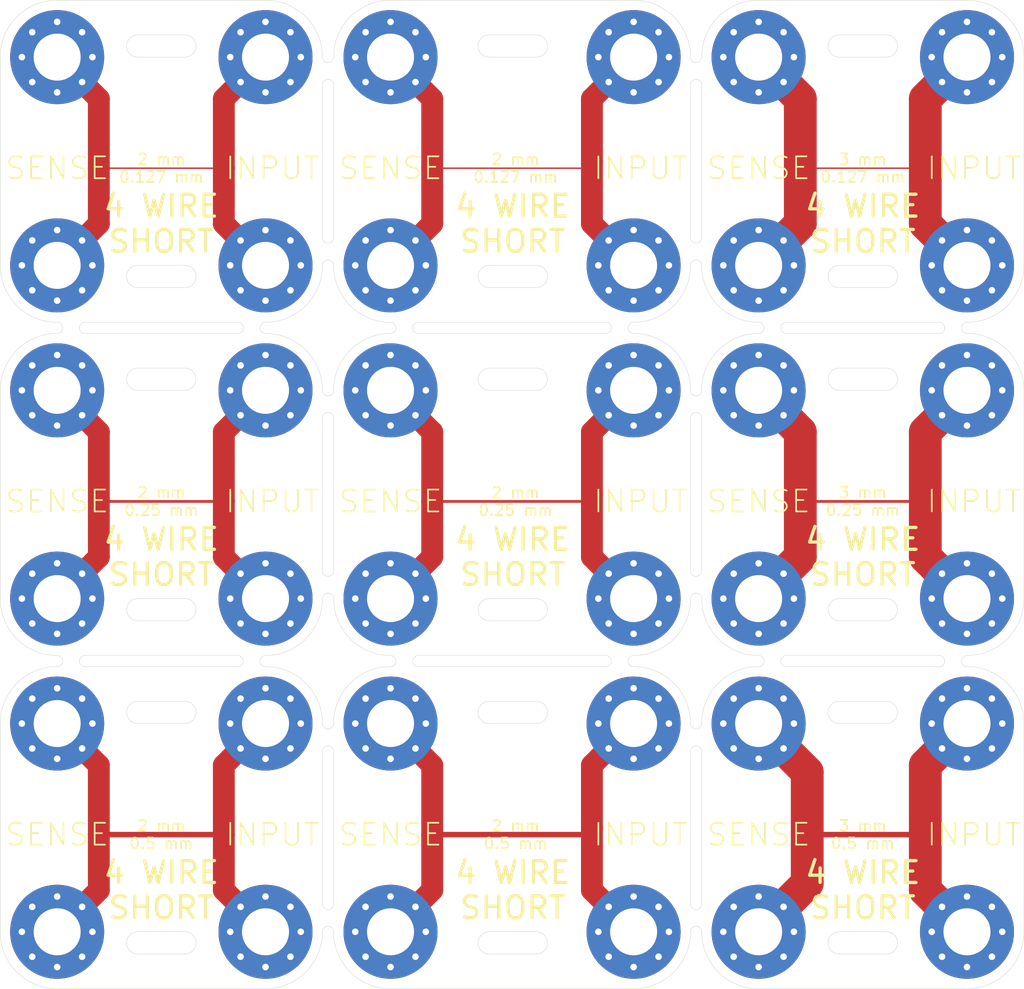
<source format=kicad_pcb>
(kicad_pcb (version 20211014) (generator pcbnew)
  (layers (0 "F.Cu" signal "Front") (31 "B.Cu" signal "Back") (34 "B.Paste" user) (35 "F.Paste" user) (36 "B.SilkS" user "B.Silkscreen") (37 "F.SilkS" user "F.Silkscreen") (38 "B.Mask" user) (39 "F.Mask" user) (44 "Edge.Cuts" user))
  (net 0 "")
  (net 1 "Net-(H1-Pad1)")
  (net 2 "Net-(H5-Pad1)")
  (footprint "MountingHole:MountingHole_4.3mm_M4_Pad_Via" (layer "F.Cu") (at 78.74 59.69)
    (fp_text reference "H1" hide)
    (fp_text value "MountingHole_Pad" hide)
  )
  (footprint "MountingHole:MountingHole_4.3mm_M4_Pad_Via" (layer "F.Cu") (at 97.79 78.74)
    (fp_text reference "H2" hide)
    (fp_text value "MountingHole_Pad" hide)
  )
  (footprint "MountingHole:MountingHole_4.3mm_M4_Pad_Via" (layer "F.Cu") (at 78.74 78.74)
    (fp_text reference "H3" hide)
    (fp_text value "MountingHole_Pad" hide)
  )
  (footprint "MountingHole:MountingHole_4.3mm_M4_Pad_Via" (layer "F.Cu") (at 97.79 59.69)
    (fp_text reference "H4" hide)
    (fp_text value "MountingHole_Pad" hide)
  )
  (footprint "MountingHole:MountingHole_4.3mm_M4_Pad_Via" (layer "F.Cu") (at 131.445 90.17)
    (fp_text reference "H7" hide)
    (fp_text value "MountingHole_Pad" hide)
  )
  (footprint "MountingHole:MountingHole_4.3mm_M4_Pad_Via" (layer "F.Cu") (at 109.22 90.17)
    (fp_text reference "H5" hide)
    (fp_text value "MountingHole_Pad" hide)
  )
  (footprint "MountingHole:MountingHole_4.3mm_M4_Pad_Via" (layer "F.Cu") (at 97.79 90.17)
    (fp_text reference "H4" hide)
    (fp_text value "MountingHole_Pad" hide)
  )
  (footprint "MountingHole:MountingHole_4.3mm_M4_Pad_Via" (layer "F.Cu") (at 78.74 90.17)
    (fp_text reference "H1" hide)
    (fp_text value "MountingHole_Pad" hide)
  )
  (footprint "MountingHole:MountingHole_4.3mm_M4_Pad_Via" (layer "F.Cu") (at 97.79 109.22)
    (fp_text reference "H2" hide)
    (fp_text value "MountingHole_Pad" hide)
  )
  (footprint "MountingHole:MountingHole_4.3mm_M4_Pad_Via" (layer "F.Cu") (at 131.445 109.22)
    (fp_text reference "H8" hide)
    (fp_text value "MountingHole_Pad" hide)
  )
  (footprint "MountingHole:MountingHole_4.3mm_M4_Pad_Via" (layer "F.Cu") (at 109.22 109.22)
    (fp_text reference "H6" hide)
    (fp_text value "MountingHole_Pad" hide)
  )
  (footprint "MountingHole:MountingHole_4.3mm_M4_Pad_Via" (layer "F.Cu") (at 78.74 109.22)
    (fp_text reference "H3" hide)
    (fp_text value "MountingHole_Pad" hide)
  )
  (footprint "MountingHole:MountingHole_4.3mm_M4_Pad_Via" (layer "F.Cu") (at 131.445 139.7)
    (fp_text reference "H8" hide)
    (fp_text value "MountingHole_Pad" hide)
  )
  (footprint "MountingHole:MountingHole_4.3mm_M4_Pad_Via" (layer "F.Cu") (at 109.22 139.7)
    (fp_text reference "H6" hide)
    (fp_text value "MountingHole_Pad" hide)
  )
  (footprint "MountingHole:MountingHole_4.3mm_M4_Pad_Via" (layer "F.Cu") (at 97.79 139.7)
    (fp_text reference "H2" hide)
    (fp_text value "MountingHole_Pad" hide)
  )
  (footprint "MountingHole:MountingHole_4.3mm_M4_Pad_Via" (layer "F.Cu") (at 109.22 120.65)
    (fp_text reference "H5" hide)
    (fp_text value "MountingHole_Pad" hide)
  )
  (footprint "MountingHole:MountingHole_4.3mm_M4_Pad_Via" (layer "F.Cu") (at 78.74 139.7)
    (fp_text reference "H3" hide)
    (fp_text value "MountingHole_Pad" hide)
  )
  (footprint "MountingHole:MountingHole_4.3mm_M4_Pad_Via" (layer "F.Cu") (at 131.445 120.65)
    (fp_text reference "H7" hide)
    (fp_text value "MountingHole_Pad" hide)
  )
  (footprint "MountingHole:MountingHole_4.3mm_M4_Pad_Via" (layer "F.Cu") (at 78.74 120.65)
    (fp_text reference "H1" hide)
    (fp_text value "MountingHole_Pad" hide)
  )
  (footprint "MountingHole:MountingHole_4.3mm_M4_Pad_Via" (layer "F.Cu") (at 97.79 120.65)
    (fp_text reference "H4" hide)
    (fp_text value "MountingHole_Pad" hide)
  )
  (footprint "MountingHole:MountingHole_4.3mm_M4_Pad_Via" (layer "F.Cu") (at 161.925 59.69)
    (fp_text reference "H4" hide)
    (fp_text value "MountingHole_Pad" hide)
  )
  (footprint "MountingHole:MountingHole_4.3mm_M4_Pad_Via" (layer "F.Cu") (at 142.875 59.69)
    (fp_text reference "H1" hide)
    (fp_text value "MountingHole_Pad" hide)
  )
  (footprint "MountingHole:MountingHole_4.3mm_M4_Pad_Via" (layer "F.Cu") (at 161.925 78.74)
    (fp_text reference "H2" hide)
    (fp_text value "MountingHole_Pad" hide)
  )
  (footprint "MountingHole:MountingHole_4.3mm_M4_Pad_Via" (layer "F.Cu") (at 142.875 78.74)
    (fp_text reference "H3" hide)
    (fp_text value "MountingHole_Pad" hide)
  )
  (footprint "MountingHole:MountingHole_4.3mm_M4_Pad_Via" (layer "F.Cu") (at 161.925 109.22)
    (fp_text reference "H2" hide)
    (fp_text value "MountingHole_Pad" hide)
  )
  (footprint "MountingHole:MountingHole_4.3mm_M4_Pad_Via" (layer "F.Cu") (at 161.925 139.7)
    (fp_text reference "H2" hide)
    (fp_text value "MountingHole_Pad" hide)
  )
  (footprint "MountingHole:MountingHole_4.3mm_M4_Pad_Via" (layer "F.Cu") (at 142.875 139.7)
    (fp_text reference "H3" hide)
    (fp_text value "MountingHole_Pad" hide)
  )
  (footprint "MountingHole:MountingHole_4.3mm_M4_Pad_Via" (layer "F.Cu") (at 142.875 109.22)
    (fp_text reference "H3" hide)
    (fp_text value "MountingHole_Pad" hide)
  )
  (footprint "MountingHole:MountingHole_4.3mm_M4_Pad_Via" (layer "F.Cu") (at 142.875 90.17)
    (fp_text reference "H1" hide)
    (fp_text value "MountingHole_Pad" hide)
  )
  (footprint "MountingHole:MountingHole_4.3mm_M4_Pad_Via" (layer "F.Cu") (at 161.925 90.17)
    (fp_text reference "H4" hide)
    (fp_text value "MountingHole_Pad" hide)
  )
  (footprint "MountingHole:MountingHole_4.3mm_M4_Pad_Via" (layer "F.Cu") (at 142.875 120.65)
    (fp_text reference "H1" hide)
    (fp_text value "MountingHole_Pad" hide)
  )
  (footprint "MountingHole:MountingHole_4.3mm_M4_Pad_Via" (layer "F.Cu") (at 161.925 120.65)
    (fp_text reference "H4" hide)
    (fp_text value "MountingHole_Pad" hide)
  )
  (footprint "MountingHole:MountingHole_4.3mm_M4_Pad_Via" (layer "F.Cu") (at 109.22 59.69)
    (fp_text reference "H5" hide)
    (fp_text value "MountingHole_Pad" hide)
  )
  (footprint "MountingHole:MountingHole_4.3mm_M4_Pad_Via" (layer "F.Cu") (at 109.22 78.74)
    (fp_text reference "H6" hide)
    (fp_text value "MountingHole_Pad" hide)
  )
  (footprint "MountingHole:MountingHole_4.3mm_M4_Pad_Via" (layer "F.Cu") (at 131.445 59.69)
    (fp_text reference "H7" hide)
    (fp_text value "MountingHole_Pad" hide)
  )
  (footprint "MountingHole:MountingHole_4.3mm_M4_Pad_Via" (layer "F.Cu") (at 131.445 78.74)
    (fp_text reference "H8" hide)
    (fp_text value "MountingHole_Pad" hide)
  )
  (gr_line (start 95.25 115.443) (end 81.28 115.443) (layer "Edge.Cuts") (width 0.0381))
  (gr_line (start 154.559 80.772) (end 150.241 80.772) (layer "Edge.Cuts") (width 0.0381))
  (gr_arc (start 131.443905 84.964095) (mid 135.12581 86.48919) (end 136.650905 90.171095) (layer "Edge.Cuts") (width 0.0381))
  (gr_line (start 81.28 114.427) (end 95.25 114.427) (layer "Edge.Cuts") (width 0.0381))
  (gr_arc (start 109.220001 114.427001) (mid 105.538096 112.901906) (end 104.013001 109.220001) (layer "Edge.Cuts") (width 0.0381))
  (gr_arc (start 102.997 92.71) (mid 103.505 92.202) (end 104.013 92.71) (layer "Edge.Cuts") (width 0.0381))
  (gr_arc (start 136.650905 109.218905) (mid 135.12581 112.90081) (end 131.443905 114.425905) (layer "Edge.Cuts") (width 0.0381))
  (gr_line (start 104.013 123.19) (end 104.013 137.16) (layer "Edge.Cuts") (width 0.0381))
  (gr_line (start 159.385 115.443) (end 145.415 115.443) (layer "Edge.Cuts") (width 0.0381))
  (gr_line (start 90.424 141.732) (end 86.106 141.732) (layer "Edge.Cuts") (width 0.0381))
  (gr_line (start 118.237 139.7) (end 122.555 139.7) (layer "Edge.Cuts") (width 0.0381))
  (gr_arc (start 78.74 83.947) (mid 75.058095 82.421905) (end 73.533 78.74) (layer "Edge.Cuts") (width 0.0381))
  (gr_arc (start 137.668 59.691095) (mid 139.193095 56.00919) (end 142.875 54.484095) (layer "Edge.Cuts") (width 0.0381))
  (gr_line (start 122.555 59.69) (end 118.237 59.69) (layer "Edge.Cuts") (width 0.0381))
  (gr_arc (start 81.28 115.443) (mid 80.772 114.935) (end 81.28 114.427) (layer "Edge.Cuts") (width 0.0381))
  (gr_arc (start 167.132 139.7) (mid 165.606905 143.381905) (end 161.925 144.907) (layer "Edge.Cuts") (width 0.0381))
  (gr_line (start 150.241 118.618) (end 154.559 118.618) (layer "Edge.Cuts") (width 0.0381))
  (gr_arc (start 142.873905 114.425905) (mid 139.192 112.90081) (end 137.666905 109.218905) (layer "Edge.Cuts") (width 0.0381))
  (gr_arc (start 150.241 111.252) (mid 149.225 110.236) (end 150.241 109.22) (layer "Edge.Cuts") (width 0.0381))
  (gr_arc (start 142.873905 144.907) (mid 139.192 143.381905) (end 137.666905 139.7) (layer "Edge.Cuts") (width 0.0381))
  (gr_arc (start 128.905 83.947) (mid 129.413 84.455) (end 128.905 84.963) (layer "Edge.Cuts") (width 0.0381))
  (gr_arc (start 90.424 88.138) (mid 91.44 89.154) (end 90.424 90.17) (layer "Edge.Cuts") (width 0.0381))
  (gr_line (start 118.237 57.658) (end 122.555 57.658) (layer "Edge.Cuts") (width 0.0381))
  (gr_arc (start 97.79 54.483) (mid 101.471905 56.008095) (end 102.997 59.69) (layer "Edge.Cuts") (width 0.0381))
  (gr_arc (start 159.385 114.427) (mid 159.893 114.935) (end 159.385 115.443) (layer "Edge.Cuts") (width 0.0381))
  (gr_line (start 150.241 57.658) (end 154.559 57.658) (layer "Edge.Cuts") (width 0.0381))
  (gr_line (start 142.873905 144.907) (end 161.925 144.907) (layer "Edge.Cuts") (width 0.0381))
  (gr_arc (start 78.74 83.947) (mid 79.248 84.455) (end 78.74 84.963) (layer "Edge.Cuts") (width 0.0381))
  (gr_arc (start 161.925 54.484095) (mid 165.606905 56.00919) (end 167.132 59.691095) (layer "Edge.Cuts") (width 0.0381))
  (gr_line (start 109.221095 54.484095) (end 131.445 54.484095) (layer "Edge.Cuts") (width 0.0381))
  (gr_line (start 81.28 83.947) (end 95.25 83.947) (layer "Edge.Cuts") (width 0.0381))
  (gr_arc (start 104.013 106.68) (mid 103.505 107.188) (end 102.997 106.68) (layer "Edge.Cuts") (width 0.0381))
  (gr_line (start 128.905 115.443) (end 111.76 115.443) (layer "Edge.Cuts") (width 0.0381))
  (gr_arc (start 136.652 92.71) (mid 137.16 92.202) (end 137.668 92.71) (layer "Edge.Cuts") (width 0.0381))
  (gr_arc (start 102.997 123.19) (mid 103.505 122.682) (end 104.013 123.19) (layer "Edge.Cuts") (width 0.0381))
  (gr_arc (start 137.668 59.691095) (mid 137.16 60.199095) (end 136.652 59.691095) (layer "Edge.Cuts") (width 0.0381))
  (gr_arc (start 122.555 109.22) (mid 123.571 110.236) (end 122.555 111.252) (layer "Edge.Cuts") (width 0.0381))
  (gr_arc (start 161.925 84.963) (mid 161.417 84.455) (end 161.925 83.947) (layer "Edge.Cuts") (width 0.0381))
  (gr_line (start 102.997 137.16) (end 102.997 123.19) (layer "Edge.Cuts") (width 0.0381))
  (gr_arc (start 131.445 54.484095) (mid 135.126905 56.00919) (end 136.652 59.691095) (layer "Edge.Cuts") (width 0.0381))
  (gr_line (start 73.533 59.69) (end 73.533 78.74) (layer "Edge.Cuts") (width 0.0381))
  (gr_arc (start 122.555 78.74) (mid 123.571 79.756) (end 122.555 80.772) (layer "Edge.Cuts") (width 0.0381))
  (gr_arc (start 95.25 83.947) (mid 95.758 84.455) (end 95.25 84.963) (layer "Edge.Cuts") (width 0.0381))
  (gr_line (start 136.652 137.16) (end 136.652 123.19) (layer "Edge.Cuts") (width 0.0381))
  (gr_line (start 122.555 111.252) (end 118.237 111.252) (layer "Edge.Cuts") (width 0.0381))
  (gr_line (start 90.424 90.17) (end 86.106 90.17) (layer "Edge.Cuts") (width 0.0381))
  (gr_arc (start 118.237 59.69) (mid 117.221 58.674) (end 118.237 57.658) (layer "Edge.Cuts") (width 0.0381))
  (gr_line (start 136.652 106.68) (end 136.652 92.71) (layer "Edge.Cuts") (width 0.0381))
  (gr_line (start 90.424 80.772) (end 86.106 80.772) (layer "Edge.Cuts") (width 0.0381))
  (gr_arc (start 137.666905 90.171095) (mid 139.192 86.48919) (end 142.873905 84.964095) (layer "Edge.Cuts") (width 0.0381))
  (gr_line (start 131.443905 144.907) (end 109.22 144.907) (layer "Edge.Cuts") (width 0.0381))
  (gr_arc (start 86.106 80.772) (mid 85.09 79.756) (end 86.106 78.74) (layer "Edge.Cuts") (width 0.0381))
  (gr_arc (start 136.650905 139.7) (mid 135.12581 143.381905) (end 131.443905 144.907) (layer "Edge.Cuts") (width 0.0381))
  (gr_arc (start 154.559 88.138) (mid 155.575 89.154) (end 154.559 90.17) (layer "Edge.Cuts") (width 0.0381))
  (gr_arc (start 131.443905 115.441905) (mid 135.12581 116.967) (end 136.650905 120.648905) (layer "Edge.Cuts") (width 0.0381))
  (gr_line (start 128.905 84.963) (end 111.76 84.963) (layer "Edge.Cuts") (width 0.0381))
  (gr_arc (start 122.555 139.7) (mid 123.571 140.716) (end 122.555 141.732) (layer "Edge.Cuts") (width 0.0381))
  (gr_line (start 118.237 78.74) (end 122.555 78.74) (layer "Edge.Cuts") (width 0.0381))
  (gr_arc (start 136.650905 78.741095) (mid 137.158905 78.233095) (end 137.666905 78.741095) (layer "Edge.Cuts") (width 0.0381))
  (gr_line (start 154.559 59.69) (end 150.241 59.69) (layer "Edge.Cuts") (width 0.0381))
  (gr_arc (start 150.241 120.65) (mid 149.225 119.634) (end 150.241 118.618) (layer "Edge.Cuts") (width 0.0381))
  (gr_line (start 86.106 109.22) (end 90.424 109.22) (layer "Edge.Cuts") (width 0.0381))
  (gr_arc (start 145.415 84.963) (mid 144.907 84.455) (end 145.415 83.947) (layer "Edge.Cuts") (width 0.0381))
  (gr_arc (start 90.424 109.22) (mid 91.44 110.236) (end 90.424 111.252) (layer "Edge.Cuts") (width 0.0381))
  (gr_arc (start 122.555 57.658) (mid 123.571 58.674) (end 122.555 59.69) (layer "Edge.Cuts") (width 0.0381))
  (gr_arc (start 137.668 106.68) (mid 137.16 107.188) (end 136.652 106.68) (layer "Edge.Cuts") (width 0.0381))
  (gr_line (start 150.241 109.22) (end 154.559 109.22) (layer "Edge.Cuts") (width 0.0381))
  (gr_arc (start 97.790001 115.443001) (mid 101.471906 116.968096) (end 102.997001 120.650001) (layer "Edge.Cuts") (width 0.0381))
  (gr_arc (start 104.013001 120.650001) (mid 105.538096 116.968096) (end 109.220001 115.443001) (layer "Edge.Cuts") (width 0.0381))
  (gr_arc (start 154.559 118.618) (mid 155.575 119.634) (end 154.559 120.65) (layer "Edge.Cuts") (width 0.0381))
  (gr_arc (start 95.25 114.427) (mid 95.758 114.935) (end 95.25 115.443) (layer "Edge.Cuts") (width 0.0381))
  (gr_arc (start 97.79 84.963) (mid 97.282 84.455) (end 97.79 83.947) (layer "Edge.Cuts") (width 0.0381))
  (gr_arc (start 161.925 115.443) (mid 165.606905 116.968095) (end 167.132 120.65) (layer "Edge.Cuts") (width 0.0381))
  (gr_arc (start 86.106 120.65) (mid 85.09 119.634) (end 86.106 118.618) (layer "Edge.Cuts") (width 0.0381))
  (gr_arc (start 81.28 84.963) (mid 80.772 84.455) (end 81.28 83.947) (layer "Edge.Cuts") (width 0.0381))
  (gr_arc (start 73.533 120.648905) (mid 75.058161 116.967387) (end 78.74 115.443) (layer "Edge.Cuts") (width 0.0381))
  (gr_arc (start 118.237 80.772) (mid 117.221 79.756) (end 118.237 78.74) (layer "Edge.Cuts") (width 0.0381))
  (gr_arc (start 142.873905 83.948095) (mid 143.381905 84.456095) (end 142.873905 84.964095) (layer "Edge.Cuts") (width 0.0381))
  (gr_arc (start 86.106 90.17) (mid 85.09 89.154) (end 86.106 88.138) (layer "Edge.Cuts") (width 0.0381))
  (gr_arc (start 111.76 84.963) (mid 111.252 84.455) (end 111.76 83.947) (layer "Edge.Cuts") (width 0.0381))
  (gr_arc (start 78.74 114.427) (mid 79.248 114.935) (end 78.74 115.443) (layer "Edge.Cuts") (width 0.0381))
  (gr_arc (start 104.013 59.69) (mid 105.53919 56.008736) (end 109.221095 54.484095) (layer "Edge.Cuts") (width 0.0381))
  (gr_line (start 111.76 114.427) (end 128.905 114.427) (layer "Edge.Cuts") (width 0.0381))
  (gr_line (start 167.132 109.22) (end 167.132 90.17) (layer "Edge.Cuts") (width 0.0381))
  (gr_arc (start 102.997 78.74) (mid 103.505 78.232) (end 104.013 78.74) (layer "Edge.Cuts") (width 0.0381))
  (gr_line (start 150.241 78.74) (end 154.559 78.74) (layer "Edge.Cuts") (width 0.0381))
  (gr_line (start 86.106 139.7) (end 90.424 139.7) (layer "Edge.Cuts") (width 0.0381))
  (gr_line (start 150.241 139.7) (end 154.559 139.7) (layer "Edge.Cuts") (width 0.0381))
  (gr_arc (start 131.443905 84.964095) (mid 130.935905 84.456095) (end 131.443905 83.948095) (layer "Edge.Cuts") (width 0.0381))
  (gr_arc (start 102.997 78.74) (mid 101.471905 82.421905) (end 97.79 83.947) (layer "Edge.Cuts") (width 0.0381))
  (gr_line (start 86.106 78.74) (end 90.424 78.74) (layer "Edge.Cuts") (width 0.0381))
  (gr_arc (start 102.997001 109.220001) (mid 103.505001 108.712001) (end 104.013001 109.220001) (layer "Edge.Cuts") (width 0.0381))
  (gr_line (start 78.74 144.905905) (end 97.79 144.907) (layer "Edge.Cuts") (width 0.0381))
  (gr_arc (start 167.132 109.22) (mid 165.606905 112.901905) (end 161.925 114.427) (layer "Edge.Cuts") (width 0.0381))
  (gr_line (start 161.925 54.484095) (end 142.875 54.484095) (layer "Edge.Cuts") (width 0.0381))
  (gr_arc (start 122.555 88.138) (mid 123.571 89.154) (end 122.555 90.17) (layer "Edge.Cuts") (width 0.0381))
  (gr_arc (start 118.237 90.17) (mid 117.221 89.154) (end 118.237 88.138) (layer "Edge.Cuts") (width 0.0381))
  (gr_line (start 97.79 54.483) (end 78.74 54.483) (layer "Edge.Cuts") (width 0.0381))
  (gr_line (start 137.668 92.71) (end 137.668 106.68) (layer "Edge.Cuts") (width 0.0381))
  (gr_arc (start 109.22 144.907) (mid 105.538095 143.381905) (end 104.013 139.7) (layer "Edge.Cuts") (width 0.0381))
  (gr_arc (start 78.74 114.427) (mid 75.058095 112.901905) (end 73.533 109.22) (layer "Edge.Cuts") (width 0.0381))
  (gr_line (start 104.013 62.23) (end 104.013 76.2) (layer "Edge.Cuts") (width 0.0381))
  (gr_arc (start 136.650905 139.7) (mid 137.158905 139.192) (end 137.666905 139.7) (layer "Edge.Cuts") (width 0.0381))
  (gr_line (start 137.668 62.23) (end 137.668 76.2) (layer "Edge.Cuts") (width 0.0381))
  (gr_arc (start 78.74 144.905905) (mid 75.058095 143.38081) (end 73.533 139.698905) (layer "Edge.Cuts") (width 0.0381))
  (gr_line (start 104.013 92.71) (end 104.013 106.68) (layer "Edge.Cuts") (width 0.0381))
  (gr_arc (start 86.106 59.69) (mid 85.09 58.674) (end 86.106 57.658) (layer "Edge.Cuts") (width 0.0381))
  (gr_line (start 150.241 88.138) (end 154.559 88.138) (layer "Edge.Cuts") (width 0.0381))
  (gr_arc (start 161.925 84.963) (mid 165.606905 86.488095) (end 167.132 90.17) (layer "Edge.Cuts") (width 0.0381))
  (gr_line (start 122.555 80.772) (end 118.237 80.772) (layer "Edge.Cuts") (width 0.0381))
  (gr_arc (start 145.415 115.443) (mid 144.907 114.935) (end 145.415 114.427) (layer "Edge.Cuts") (width 0.0381))
  (gr_arc (start 154.559 139.7) (mid 155.575 140.716) (end 154.559 141.732) (layer "Edge.Cuts") (width 0.0381))
  (gr_arc (start 97.79 84.963) (mid 101.471905 86.488095) (end 102.997 90.17) (layer "Edge.Cuts") (width 0.0381))
  (gr_arc (start 150.241 59.69) (mid 149.225 58.674) (end 150.241 57.658) (layer "Edge.Cuts") (width 0.0381))
  (gr_line (start 118.237 88.138) (end 122.555 88.138) (layer "Edge.Cuts") (width 0.0381))
  (gr_arc (start 109.220001 114.427001) (mid 109.728001 114.935001) (end 109.220001 115.443001) (layer "Edge.Cuts") (width 0.0381))
  (gr_arc (start 73.533 59.69) (mid 75.058095 56.008095) (end 78.74 54.483) (layer "Edge.Cuts") (width 0.0381))
  (gr_arc (start 102.997 139.7) (mid 101.471905 143.381905) (end 97.79 144.907) (layer "Edge.Cuts") (width 0.0381))
  (gr_line (start 159.385 84.963) (end 145.415 84.963) (layer "Edge.Cuts") (width 0.0381))
  (gr_arc (start 142.873905 114.425905) (mid 143.381905 114.933905) (end 142.873905 115.441905) (layer "Edge.Cuts") (width 0.0381))
  (gr_arc (start 104.013001 120.650001) (mid 103.505001 121.158001) (end 102.997001 120.650001) (layer "Edge.Cuts") (width 0.0381))
  (gr_arc (start 154.559 78.74) (mid 155.575 79.756) (end 154.559 80.772) (layer "Edge.Cuts") (width 0.0381))
  (gr_arc (start 154.559 109.22) (mid 155.575 110.236) (end 154.559 111.252) (layer "Edge.Cuts") (width 0.0381))
  (gr_arc (start 137.666905 120.648905) (mid 139.192 116.967) (end 142.873905 115.441905) (layer "Edge.Cuts") (width 0.0381))
  (gr_line (start 154.559 90.17) (end 150.241 90.17) (layer "Edge.Cuts") (width 0.0381))
  (gr_line (start 145.415 83.947) (end 159.385 83.947) (layer "Edge.Cuts") (width 0.0381))
  (gr_line (start 154.559 111.252) (end 150.241 111.252) (layer "Edge.Cuts") (width 0.0381))
  (gr_arc (start 150.241 141.732) (mid 149.225 140.716) (end 150.241 139.7) (layer "Edge.Cuts") (width 0.0381))
  (gr_line (start 86.106 88.138) (end 90.424 88.138) (layer "Edge.Cuts") (width 0.0381))
  (gr_arc (start 86.106 141.732) (mid 85.09 140.716) (end 86.106 139.7) (layer "Edge.Cuts") (width 0.0381))
  (gr_arc (start 102.997001 109.220001) (mid 101.471906 112.901906) (end 97.790001 114.427001) (layer "Edge.Cuts") (width 0.0381))
  (gr_line (start 90.424 120.65) (end 86.106 120.65) (layer "Edge.Cuts") (width 0.0381))
  (gr_line (start 73.533 90.17) (end 73.533 109.22) (layer "Edge.Cuts") (width 0.0381))
  (gr_line (start 154.559 120.65) (end 150.241 120.65) (layer "Edge.Cuts") (width 0.0381))
  (gr_arc (start 102.997 139.7) (mid 103.505 139.192) (end 104.013 139.7) (layer "Edge.Cuts") (width 0.0381))
  (gr_arc (start 109.22 83.947) (mid 105.538095 82.421905) (end 104.013 78.74) (layer "Edge.Cuts") (width 0.0381))
  (gr_arc (start 136.652 123.19) (mid 137.16 122.682) (end 137.668 123.19) (layer "Edge.Cuts") (width 0.0381))
  (gr_arc (start 104.013 76.2) (mid 103.505 76.708) (end 102.997 76.2) (layer "Edge.Cuts") (width 0.0381))
  (gr_line (start 167.132 78.741095) (end 167.132 59.691095) (layer "Edge.Cuts") (width 0.0381))
  (gr_line (start 167.132 139.7) (end 167.132 120.65) (layer "Edge.Cuts") (width 0.0381))
  (gr_arc (start 118.237 111.252) (mid 117.221 110.236) (end 118.237 109.22) (layer "Edge.Cuts") (width 0.0381))
  (gr_line (start 102.997 106.68) (end 102.997 92.71) (layer "Edge.Cuts") (width 0.0381))
  (gr_line (start 145.415 114.427) (end 159.385 114.427) (layer "Edge.Cuts") (width 0.0381))
  (gr_line (start 118.237 109.22) (end 122.555 109.22) (layer "Edge.Cuts") (width 0.0381))
  (gr_line (start 122.555 90.17) (end 118.237 90.17) (layer "Edge.Cuts") (width 0.0381))
  (gr_arc (start 136.650905 78.741095) (mid 135.12581 82.423) (end 131.443905 83.948095) (layer "Edge.Cuts") (width 0.0381))
  (gr_line (start 122.555 141.732) (end 118.237 141.732) (layer "Edge.Cuts") (width 0.0381))
  (gr_arc (start 104.013 59.69) (mid 103.505 60.198) (end 102.997 59.69) (layer "Edge.Cuts") (width 0.0381))
  (gr_arc (start 104.013 90.17) (mid 103.505 90.678) (end 102.997 90.17) (layer "Edge.Cuts") (width 0.0381))
  (gr_arc (start 137.668 76.2) (mid 137.16 76.708) (end 136.652 76.2) (layer "Edge.Cuts") (width 0.0381))
  (gr_arc (start 111.76 115.443) (mid 111.252 114.935) (end 111.76 114.427) (layer "Edge.Cuts") (width 0.0381))
  (gr_arc (start 90.424 78.74) (mid 91.44 79.756) (end 90.424 80.772) (layer "Edge.Cuts") (width 0.0381))
  (gr_arc (start 136.652 62.23) (mid 137.16 61.722) (end 137.668 62.23) (layer "Edge.Cuts") (width 0.0381))
  (gr_line (start 122.555 120.65) (end 118.237 120.65) (layer "Edge.Cuts") (width 0.0381))
  (gr_arc (start 150.241 90.17) (mid 149.225 89.154) (end 150.241 88.138) (layer "Edge.Cuts") (width 0.0381))
  (gr_arc (start 104.013 137.16) (mid 103.505 137.668) (end 102.997 137.16) (layer "Edge.Cuts") (width 0.0381))
  (gr_arc (start 137.668 137.16) (mid 137.16 137.668) (end 136.652 137.16) (layer "Edge.Cuts") (width 0.0381))
  (gr_line (start 136.652 76.2) (end 136.652 62.23) (layer "Edge.Cuts") (width 0.0381))
  (gr_line (start 86.106 118.618) (end 90.424 118.618) (layer "Edge.Cuts") (width 0.0381))
  (gr_arc (start 131.443905 115.441905) (mid 130.935905 114.933905) (end 131.443905 114.425905) (layer "Edge.Cuts") (width 0.0381))
  (gr_arc (start 97.790001 115.443001) (mid 97.282001 114.935001) (end 97.790001 114.427001) (layer "Edge.Cuts") (width 0.0381))
  (gr_arc (start 86.106 111.252) (mid 85.09 110.236) (end 86.106 109.22) (layer "Edge.Cuts") (width 0.0381))
  (gr_arc (start 159.385 83.947) (mid 159.893 84.455) (end 159.385 84.963) (layer "Edge.Cuts") (width 0.0381))
  (gr_arc (start 109.22 83.947) (mid 109.728 84.455) (end 109.22 84.963) (layer "Edge.Cuts") (width 0.0381))
  (gr_arc (start 167.132 78.741095) (mid 165.606838 82.422613) (end 161.925 83.947) (layer "Edge.Cuts") (width 0.0381))
  (gr_arc (start 118.237 120.65) (mid 117.221 119.634) (end 118.237 118.618) (layer "Edge.Cuts") (width 0.0381))
  (gr_arc (start 118.237 141.732) (mid 117.221 140.716) (end 118.237 139.7) (layer "Edge.Cuts") (width 0.0381))
  (gr_arc (start 137.666905 120.648905) (mid 137.158905 121.156905) (end 136.650905 120.648905) (layer "Edge.Cuts") (width 0.0381))
  (gr_line (start 90.424 59.69) (end 86.106 59.69) (layer "Edge.Cuts") (width 0.0381))
  (gr_arc (start 137.666905 90.171095) (mid 137.158905 90.679095) (end 136.650905 90.171095) (layer "Edge.Cuts") (width 0.0381))
  (gr_arc (start 154.559 57.658) (mid 155.575 58.674) (end 154.559 59.69) (layer "Edge.Cuts") (width 0.0381))
  (gr_arc (start 73.533 90.17) (mid 75.058095 86.488095) (end 78.74 84.963) (layer "Edge.Cuts") (width 0.0381))
  (gr_line (start 102.997 76.2) (end 102.997 62.23) (layer "Edge.Cuts") (width 0.0381))
  (gr_arc (start 128.905 114.427) (mid 129.413 114.935) (end 128.905 115.443) (layer "Edge.Cuts") (width 0.0381))
  (gr_arc (start 90.424 57.658) (mid 91.44 58.674) (end 90.424 59.69) (layer "Edge.Cuts") (width 0.0381))
  (gr_line (start 86.106 57.658) (end 90.424 57.658) (layer "Edge.Cuts") (width 0.0381))
  (gr_line (start 111.76 83.947) (end 128.905 83.947) (layer "Edge.Cuts") (width 0.0381))
  (gr_arc (start 102.997 62.23) (mid 103.505 61.722) (end 104.013 62.23) (layer "Edge.Cuts") (width 0.0381))
  (gr_line (start 154.559 141.732) (end 150.241 141.732) (layer "Edge.Cuts") (width 0.0381))
  (gr_line (start 73.533 120.648905) (end 73.533 139.698905) (layer "Edge.Cuts") (width 0.0381))
  (gr_arc (start 90.424 118.618) (mid 91.44 119.634) (end 90.424 120.65) (layer "Edge.Cuts") (width 0.0381))
  (gr_arc (start 150.241 80.772) (mid 149.225 79.756) (end 150.241 78.74) (layer "Edge.Cuts") (width 0.0381))
  (gr_arc (start 122.555 118.618) (mid 123.571 119.634) (end 122.555 120.65) (layer "Edge.Cuts") (width 0.0381))
  (gr_line (start 90.424 111.252) (end 86.106 111.252) (layer "Edge.Cuts") (width 0.0381))
  (gr_line (start 95.25 84.963) (end 81.28 84.963) (layer "Edge.Cuts") (width 0.0381))
  (gr_line (start 118.237 118.618) (end 122.555 118.618) (layer "Edge.Cuts") (width 0.0381))
  (gr_arc (start 90.424 139.7) (mid 91.44 140.716) (end 90.424 141.732) (layer "Edge.Cuts") (width 0.0381))
  (gr_arc (start 136.650905 109.218905) (mid 137.158905 108.710905) (end 137.666905 109.218905) (layer "Edge.Cuts") (width 0.0381))
  (gr_line (start 137.668 123.19) (end 137.668 137.16) (layer "Edge.Cuts") (width 0.0381))
  (gr_arc (start 161.925 115.443) (mid 161.417 114.935) (end 161.925 114.427) (layer "Edge.Cuts") (width 0.0381))
  (gr_arc (start 142.873905 83.948095) (mid 139.192 82.423) (end 137.666905 78.741095) (layer "Edge.Cuts") (width 0.0381))
  (gr_arc (start 104.013 90.17) (mid 105.538095 86.488095) (end 109.22 84.963) (layer "Edge.Cuts") (width 0.0381))
  (gr_text "SENSE" (at 109.22 69.85) (layer "F.SilkS") (effects (font (size 2 2) (thickness 0.1524))))
  (gr_text "INPUT" (at 98.425 69.85) (layer "F.SilkS") (effects (font (size 2 2) (thickness 0.1524))))
  (gr_text "INPUT" (at 132.08 69.85) (layer "F.SilkS") (effects (font (size 2 2) (thickness 0.1524))))
  (gr_text "SENSE" (at 109.22 100.33) (layer "F.SilkS") (effects (font (size 2 2) (thickness 0.1524))))
  (gr_text "SENSE" (at 78.74 100.33) (layer "F.SilkS") (effects (font (size 2 2) (thickness 0.1524))))
  (gr_text "INPUT" (at 98.425 100.33) (layer "F.SilkS") (effects (font (size 2 2) (thickness 0.1524))))
  (gr_text "INPUT" (at 132.08 100.33) (layer "F.SilkS") (effects (font (size 2 2) (thickness 0.1524))))
  (gr_text "INPUT" (at 132.08 130.81) (layer "F.SilkS") (effects (font (size 2 2) (thickness 0.1524))))
  (gr_text "SENSE" (at 78.74 130.81) (layer "F.SilkS") (effects (font (size 2 2) (thickness 0.1524))))
  (gr_text "INPUT" (at 98.425 130.81) (layer "F.SilkS") (effects (font (size 2 2) (thickness 0.1524))))
  (gr_text "SENSE" (at 109.22 130.81) (layer "F.SilkS") (effects (font (size 2 2) (thickness 0.1524))))
  (gr_text "2 mm\n0.127 mm" (at 88.265 69.85) (layer "F.SilkS") (effects (font (size 1 1))))
  (gr_text "SENSE" (at 142.875 100.33) (layer "F.SilkS") (effects (font (size 2 2) (thickness 0.1524))))
  (gr_text "INPUT" (at 162.56 100.33) (layer "F.SilkS") (effects (font (size 2 2) (thickness 0.1524))))
  (gr_text "3 mm\n0.127 mm" (at 152.4 69.85) (layer "F.SilkS") (effects (font (size 1 1))))
  (gr_text "SENSE" (at 142.875 69.85) (layer "F.SilkS") (effects (font (size 2 2) (thickness 0.1524))))
  (gr_text "INPUT" (at 162.56 69.85) (layer "F.SilkS") (effects (font (size 2 2) (thickness 0.1524))))
  (gr_text "INPUT" (at 162.56 130.81) (layer "F.SilkS") (effects (font (size 2 2) (thickness 0.1524))))
  (gr_text "SENSE" (at 142.875 130.81) (layer "F.SilkS") (effects (font (size 2 2) (thickness 0.1524))))
  (gr_text "2 mm\n0.25 mm" (at 88.265 100.33) (layer "F.SilkS") (effects (font (size 1 1))))
  (gr_text "2 mm\n0.5 mm" (at 88.265 130.81) (layer "F.SilkS") (effects (font (size 1 1))))
  (gr_text "3 mm\n0.25 mm" (at 152.4 100.33) (layer "F.SilkS") (effects (font (size 1 1))))
  (gr_text "3 mm\n0.5 mm" (at 152.4 130.81) (layer "F.SilkS") (effects (font (size 1 1))))
  (gr_text "2 mm\n0.5 mm" (at 120.65 130.81) (layer "F.SilkS") (effects (font (size 1 1))))
  (gr_text "2 mm\n0.25 mm" (at 120.65 100.33) (layer "F.SilkS") (effects (font (size 1 1))))
  (gr_text "2 mm\n0.127 mm" (at 120.65 69.85) (layer "F.SilkS") (effects (font (size 1 1))))
  (gr_text "4 WIRE\nSHORT" (at 120.396 105.41) (layer "F.SilkS") (effects (font (size 2 2) (thickness 0.3))))
  (gr_text "4 WIRE\nSHORT" (at 152.4 105.41) (layer "F.SilkS") (effects (font (size 2 2) (thickness 0.3))))
  (gr_text "4 WIRE\nSHORT" (at 88.265 105.41) (layer "F.SilkS") (effects (font (size 2 2) (thickness 0.3))))
  (gr_text "4 WIRE\nSHORT" (at 152.4 135.89) (layer "F.SilkS") (effects (font (size 2 2) (thickness 0.3))))
  (gr_text "4 WIRE\nSHORT" (at 120.396 135.89) (layer "F.SilkS") (effects (font (size 2 2) (thickness 0.3))))
  (gr_text "4 WIRE\nSHORT" (at 88.265 135.89) (layer "F.SilkS") (effects (font (size 2 2) (thickness 0.3))))
  (gr_text "4 WIRE\nSHORT" (at 120.396 74.93) (layer "F.SilkS") (effects (font (size 2 2) (thickness 0.3))))
  (gr_text "4 WIRE\nSHORT" (at 152.4 74.93) (layer "F.SilkS") (effects (font (size 2 2) (thickness 0.3))))
  (gr_text "SENSE" (at 78.74 69.85) (layer "F.SilkS") (effects (font (size 2 2) (thickness 0.1524))))
  (gr_text "4 WIRE\nSHORT" (at 88.265 74.93) (layer "F.SilkS") (effects (font (size 2 2) (thickness 0.3))))
  (segment (start 93.98 105.41) (end 97.79 109.22) (width 2) (layer "F.Cu") (net 1))
  (segment (start 82.55 100.33) (end 82.55 105.41) (width 2) (layer "F.Cu") (net 1))
  (segment (start 82.55 100.33) (end 93.98 100.33) (width 0.25) (layer "F.Cu") (net 1))
  (segment (start 97.79 90.17) (end 93.98 93.98) (width 2) (layer "F.Cu") (net 1))
  (segment (start 78.74 90.17) (end 82.55 93.98) (width 2) (layer "F.Cu") (net 1))
  (segment (start 93.98 100.33) (end 93.98 105.41) (width 2) (layer "F.Cu") (net 1))
  (segment (start 93.98 93.98) (end 93.98 100.33) (width 2) (layer "F.Cu") (net 1))
  (segment (start 82.55 105.41) (end 78.74 109.22) (width 2) (layer "F.Cu") (net 1))
  (segment (start 82.55 93.98) (end 82.55 100.33) (width 2) (layer "F.Cu") (net 1))
  (segment (start 93.98 124.46) (end 93.98 130.81) (width 2) (layer "F.Cu") (net 1))
  (segment (start 93.98 130.81) (end 93.98 135.89) (width 2) (layer "F.Cu") (net 1))
  (segment (start 82.55 130.81) (end 82.55 135.89) (width 2) (layer "F.Cu") (net 1))
  (segment (start 97.79 120.65) (end 93.98 124.46) (width 2) (layer "F.Cu") (net 1))
  (segment (start 82.55 135.89) (end 78.74 139.7) (width 2) (layer "F.Cu") (net 1))
  (segment (start 78.74 120.65) (end 82.55 124.46) (width 2) (layer "F.Cu") (net 1))
  (segment (start 82.55 124.46) (end 82.55 130.81) (width 2) (layer "F.Cu") (net 1))
  (segment (start 82.55 130.81) (end 93.98 130.81) (width 0.5) (layer "F.Cu") (net 1))
  (segment (start 93.98 135.89) (end 97.79 139.7) (width 2) (layer "F.Cu") (net 1))
  (segment (start 146.685 69.85) (end 158.115 69.85) (width 0.127) (layer "F.Cu") (net 1))
  (segment (start 146.685 100.33) (end 158.115 100.33) (width 0.25) (layer "F.Cu") (net 1))
  (segment (start 146.685 130.81) (end 158.115 130.81) (width 0.5) (layer "F.Cu") (net 1))
  (segment (start 82.55 63.5) (end 82.55 69.85) (width 2) (layer "F.Cu") (net 1))
  (segment (start 158.115 93.98) (end 158.115 105.41) (width 3) (layer "F.Cu") (net 1))
  (segment (start 158.115 63.5) (end 158.115 74.93) (width 3) (layer "F.Cu") (net 1))
  (segment (start 146.685 63.5) (end 146.685 74.93) (width 3) (layer "F.Cu") (net 1))
  (segment (start 82.55 74.93) (end 78.74 78.74) (width 2) (layer "F.Cu") (net 1))
  (segment (start 161.925 120.65) (end 158.115 124.46) (width 3) (layer "F.Cu") (net 1))
  (segment (start 142.875 120.65) (end 147.32 125.095) (width 3) (layer "F.Cu") (net 1))
  (segment (start 146.685 93.98) (end 146.685 105.41) (width 3) (layer "F.Cu") (net 1))
  (segment (start 97.79 59.69) (end 93.98 63.5) (width 2) (layer "F.Cu") (net 1))
  (segment (start 158.115 135.89) (end 161.925 139.7) (width 3) (layer "F.Cu") (net 1))
  (segment (start 93.98 69.85) (end 93.98 74.93) (width 2) (layer "F.Cu") (net 1))
  (segment (start 146.685 105.41) (end 142.875 109.22) (width 3) (layer "F.Cu") (net 1))
  (segment (start 158.115 74.93) (end 161.925 78.74) (width 3) (layer "F.Cu") (net 1))
  (segment (start 93.98 74.93) (end 97.79 78.74) (width 2) (layer "F.Cu") (net 1))
  (segment (start 78.74 59.69) (end 82.55 63.5) (width 2) (layer "F.Cu") (net 1))
  (segment (start 146.685 74.93) (end 142.875 78.74) (width 3) (layer "F.Cu") (net 1))
  (segment (start 158.115 124.46) (end 158.115 135.89) (width 3) (layer "F.Cu") (net 1))
  (segment (start 93.98 63.5) (end 93.98 69.85) (width 2) (layer "F.Cu") (net 1))
  (segment (start 142.875 90.17) (end 146.685 93.98) (width 3) (layer "F.Cu") (net 1))
  (segment (start 82.55 69.85) (end 82.55 74.93) (width 2) (layer "F.Cu") (net 1))
  (segment (start 147.32 135.255) (end 142.875 139.7) (width 3) (layer "F.Cu") (net 1))
  (segment (start 82.55 69.85) (end 93.98 69.85) (width 0.127) (layer "F.Cu") (net 1))
  (segment (start 147.32 125.095) (end 147.32 135.255) (width 3) (layer "F.Cu") (net 1))
  (segment (start 161.925 59.69) (end 158.115 63.5) (width 3) (layer "F.Cu") (net 1))
  (segment (start 161.925 90.17) (end 158.115 93.98) (width 3) (layer "F.Cu") (net 1))
  (segment (start 142.875 59.69) (end 146.685 63.5) (width 3) (layer "F.Cu") (net 1))
  (segment (start 158.115 105.41) (end 161.925 109.22) (width 3) (layer "F.Cu") (net 1))
  (segment (start 109.22 90.17) (end 113.03 93.98) (width 2) (layer "F.Cu") (net 2))
  (segment (start 127.635 105.41) (end 131.445 109.22) (width 2) (layer "F.Cu") (net 2))
  (segment (start 131.445 90.17) (end 127.635 93.98) (width 2) (layer "F.Cu") (net 2))
  (segment (start 113.03 105.41) (end 109.22 109.22) (width 2) (layer "F.Cu") (net 2))
  (segment (start 127.635 99.695) (end 127.635 105.41) (width 2) (layer "F.Cu") (net 2))
  (segment (start 113.03 93.98) (end 113.03 100.33) (width 2) (layer "F.Cu") (net 2))
  (segment (start 113.03 100.33) (end 127 100.33) (width 0.25) (layer "F.Cu") (net 2))
  (segment (start 127 100.33) (end 127.635 99.695) (width 0.25) (layer "F.Cu") (net 2))
  (segment (start 127.635 93.98) (end 127.635 99.695) (width 2) (layer "F.Cu") (net 2))
  (segment (start 113.03 100.33) (end 113.03 105.41) (width 2) (layer "F.Cu") (net 2))
  (segment (start 127 130.81) (end 127.635 130.175) (width 0.25) (layer "F.Cu") (net 2))
  (segment (start 127.635 124.46) (end 127.635 130.175) (width 2) (layer "F.Cu") (net 2))
  (segment (start 113.03 130.81) (end 113.03 135.89) (width 2) (layer "F.Cu") (net 2))
  (segment (start 113.03 135.89) (end 109.22 139.7) (width 2) (layer "F.Cu") (net 2))
  (segment (start 131.445 120.65) (end 127.635 124.46) (width 2) (layer "F.Cu") (net 2))
  (segment (start 113.03 130.81) (end 127 130.81) (width 0.5) (layer "F.Cu") (net 2))
  (segment (start 109.22 120.65) (end 113.03 124.46) (width 2) (layer "F.Cu") (net 2))
  (segment (start 127.635 135.89) (end 131.445 139.7) (width 2) (layer "F.Cu") (net 2))
  (segment (start 127.635 130.175) (end 127.635 135.89) (width 2) (layer "F.Cu") (net 2))
  (segment (start 113.03 124.46) (end 113.03 130.81) (width 2) (layer "F.Cu") (net 2))
  (segment (start 113.03 69.85) (end 127 69.85) (width 0.127) (layer "F.Cu") (net 2))
  (segment (start 113.03 63.5) (end 113.03 69.85) (width 2) (layer "F.Cu") (net 2))
  (segment (start 127.635 69.215) (end 127.635 74.93) (width 2) (layer "F.Cu") (net 2))
  (segment (start 109.22 59.69) (end 113.03 63.5) (width 2) (layer "F.Cu") (net 2))
  (segment (start 113.03 69.85) (end 113.03 74.93) (width 2) (layer "F.Cu") (net 2))
  (segment (start 127 69.85) (end 127.635 69.215) (width 0.25) (layer "F.Cu") (net 2))
  (segment (start 127.635 63.5) (end 127.635 69.215) (width 2) (layer "F.Cu") (net 2))
  (segment (start 113.03 74.93) (end 109.22 78.74) (width 2) (layer "F.Cu") (net 2))
  (segment (start 127.635 74.93) (end 131.445 78.74) (width 2) (layer "F.Cu") (net 2))
  (segment (start 131.445 59.69) (end 127.635 63.5) (width 2) (layer "F.Cu") (net 2))
)
</source>
